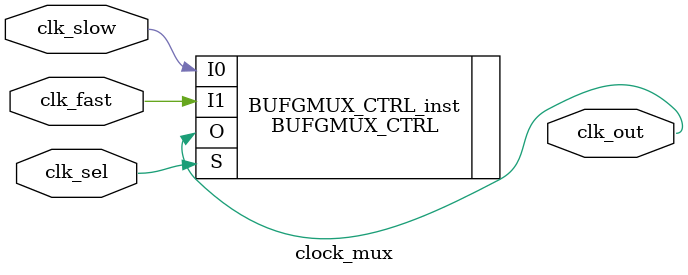
<source format=v>
`timescale 1ns / 1ps


module clock_mux(
    input clk_fast,
    input clk_slow,
    input clk_sel,
    output clk_out
    );
    
    BUFGMUX_CTRL BUFGMUX_CTRL_inst (
          .O(clk_out),   // 1-bit output: Clock output
          .I0(clk_slow), // 1-bit input: Clock input (S=0)
          .I1(clk_fast), // 1-bit input: Clock input (S=1)
          .S(clk_sel)    // 1-bit input: Clock select
    );    
endmodule

</source>
